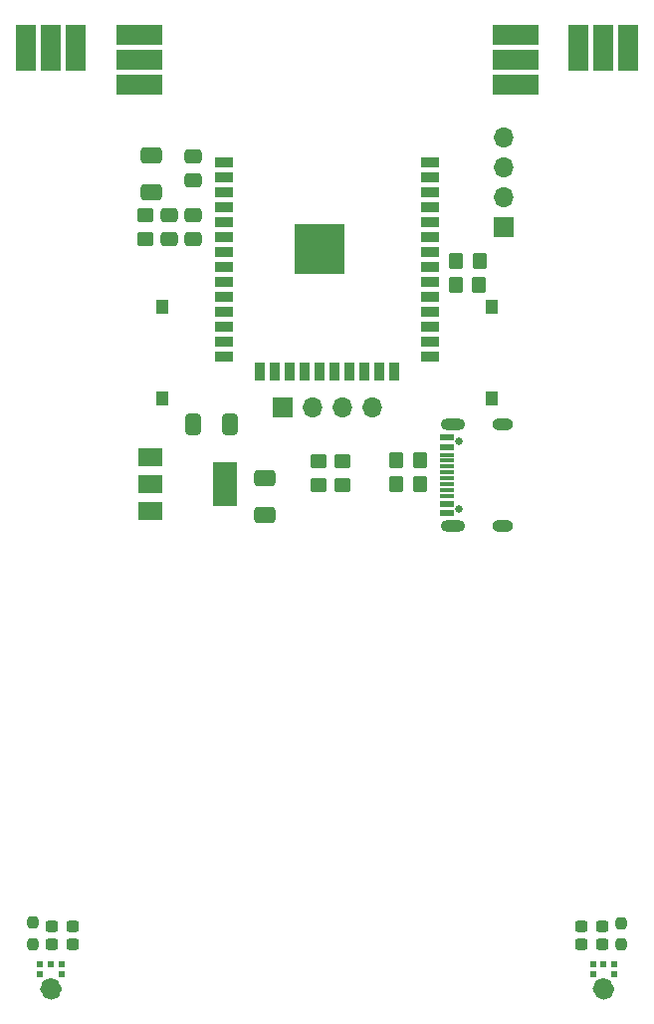
<source format=gts>
G04 #@! TF.GenerationSoftware,KiCad,Pcbnew,7.0.1-3b83917a11~172~ubuntu22.04.1*
G04 #@! TF.CreationDate,2023-04-17T14:06:39+02:00*
G04 #@! TF.ProjectId,AcousticDetection_HW,41636f75-7374-4696-9344-657465637469,rev?*
G04 #@! TF.SameCoordinates,Original*
G04 #@! TF.FileFunction,Soldermask,Top*
G04 #@! TF.FilePolarity,Negative*
%FSLAX46Y46*%
G04 Gerber Fmt 4.6, Leading zero omitted, Abs format (unit mm)*
G04 Created by KiCad (PCBNEW 7.0.1-3b83917a11~172~ubuntu22.04.1) date 2023-04-17 14:06:39*
%MOMM*%
%LPD*%
G01*
G04 APERTURE LIST*
G04 Aperture macros list*
%AMRoundRect*
0 Rectangle with rounded corners*
0 $1 Rounding radius*
0 $2 $3 $4 $5 $6 $7 $8 $9 X,Y pos of 4 corners*
0 Add a 4 corners polygon primitive as box body*
4,1,4,$2,$3,$4,$5,$6,$7,$8,$9,$2,$3,0*
0 Add four circle primitives for the rounded corners*
1,1,$1+$1,$2,$3*
1,1,$1+$1,$4,$5*
1,1,$1+$1,$6,$7*
1,1,$1+$1,$8,$9*
0 Add four rect primitives between the rounded corners*
20,1,$1+$1,$2,$3,$4,$5,0*
20,1,$1+$1,$4,$5,$6,$7,0*
20,1,$1+$1,$6,$7,$8,$9,0*
20,1,$1+$1,$8,$9,$2,$3,0*%
G04 Aperture macros list end*
%ADD10C,0.912000*%
%ADD11C,0.500000*%
%ADD12R,0.600000X0.522000*%
%ADD13RoundRect,0.250000X0.350000X0.450000X-0.350000X0.450000X-0.350000X-0.450000X0.350000X-0.450000X0*%
%ADD14R,1.800000X4.000000*%
%ADD15RoundRect,0.250000X-0.350000X-0.450000X0.350000X-0.450000X0.350000X0.450000X-0.350000X0.450000X0*%
%ADD16C,0.650000*%
%ADD17R,1.150000X0.600000*%
%ADD18R,1.150000X0.300000*%
%ADD19O,2.100000X1.000000*%
%ADD20O,1.800000X1.000000*%
%ADD21RoundRect,0.250000X-0.475000X0.337500X-0.475000X-0.337500X0.475000X-0.337500X0.475000X0.337500X0*%
%ADD22R,4.000000X1.800000*%
%ADD23RoundRect,0.250000X0.475000X-0.337500X0.475000X0.337500X-0.475000X0.337500X-0.475000X-0.337500X0*%
%ADD24RoundRect,0.237500X0.237500X-0.250000X0.237500X0.250000X-0.237500X0.250000X-0.237500X-0.250000X0*%
%ADD25RoundRect,0.237500X-0.300000X-0.237500X0.300000X-0.237500X0.300000X0.237500X-0.300000X0.237500X0*%
%ADD26R,1.700000X1.700000*%
%ADD27O,1.700000X1.700000*%
%ADD28R,2.000000X1.500000*%
%ADD29R,2.000000X3.800000*%
%ADD30RoundRect,0.237500X0.300000X0.237500X-0.300000X0.237500X-0.300000X-0.237500X0.300000X-0.237500X0*%
%ADD31R,1.000000X1.250000*%
%ADD32RoundRect,0.250000X0.650000X-0.412500X0.650000X0.412500X-0.650000X0.412500X-0.650000X-0.412500X0*%
%ADD33RoundRect,0.250000X-0.450000X0.350000X-0.450000X-0.350000X0.450000X-0.350000X0.450000X0.350000X0*%
%ADD34R,1.500000X0.900000*%
%ADD35R,0.900000X1.500000*%
%ADD36C,0.600000*%
%ADD37R,4.200000X4.200000*%
%ADD38RoundRect,0.250000X0.412500X0.650000X-0.412500X0.650000X-0.412500X-0.650000X0.412500X-0.650000X0*%
%ADD39RoundRect,0.250000X0.450000X-0.350000X0.450000X0.350000X-0.450000X0.350000X-0.450000X-0.350000X0*%
%ADD40RoundRect,0.250000X-0.650000X0.412500X-0.650000X-0.412500X0.650000X-0.412500X0.650000X0.412500X0*%
G04 APERTURE END LIST*
D10*
X129724000Y-136360000D02*
G75*
G03*
X129724000Y-136360000I-456000J0D01*
G01*
X176724000Y-136360000D02*
G75*
G03*
X176724000Y-136360000I-456000J0D01*
G01*
D11*
X129268000Y-136360000D03*
D12*
X128368000Y-134286000D03*
X128368000Y-135108000D03*
X130168000Y-135108000D03*
X130168000Y-134286000D03*
X129268000Y-134286000D03*
D13*
X160644000Y-91444000D03*
X158644000Y-91444000D03*
D14*
X131368000Y-56360000D03*
X129268000Y-56360000D03*
X127168000Y-56360000D03*
D15*
X163708000Y-76534000D03*
X165708000Y-76534000D03*
D16*
X164001500Y-95602000D03*
X164001500Y-89822000D03*
D17*
X162926500Y-95912000D03*
X162926500Y-95112000D03*
D18*
X162926500Y-93962000D03*
X162926500Y-92962000D03*
X162926500Y-92462000D03*
X162926500Y-91462000D03*
D17*
X162926500Y-90312000D03*
X162926500Y-89512000D03*
X162926500Y-89512000D03*
X162926500Y-90312000D03*
D18*
X162926500Y-90962000D03*
X162926500Y-91962000D03*
X162926500Y-93462000D03*
X162926500Y-94462000D03*
D17*
X162926500Y-95112000D03*
X162926500Y-95912000D03*
D19*
X163501500Y-97032000D03*
D20*
X167681500Y-97032000D03*
D19*
X163501500Y-88392000D03*
D20*
X167681500Y-88392000D03*
D21*
X141365500Y-65592000D03*
X141365500Y-67667000D03*
D22*
X168761500Y-55296000D03*
X168761500Y-57396000D03*
X168761500Y-59496000D03*
D23*
X139340000Y-72653500D03*
X139340000Y-70578500D03*
D11*
X176268000Y-136360000D03*
D12*
X175368000Y-134286000D03*
X175368000Y-135108000D03*
X177168000Y-135108000D03*
X177168000Y-134286000D03*
X176268000Y-134286000D03*
D24*
X127736000Y-132568500D03*
X127736000Y-130743500D03*
D25*
X174425500Y-132588000D03*
X176150500Y-132588000D03*
D26*
X167788000Y-71632000D03*
D27*
X167788000Y-69092000D03*
X167788000Y-66552000D03*
X167788000Y-64012000D03*
D23*
X141372000Y-72653500D03*
X141372000Y-70578500D03*
D28*
X137752500Y-91176000D03*
X137752500Y-93476000D03*
D29*
X144052500Y-93476000D03*
D28*
X137752500Y-95776000D03*
D30*
X131110500Y-131052000D03*
X129385500Y-131052000D03*
D31*
X138761500Y-86175000D03*
X138761500Y-78425000D03*
D32*
X147468000Y-96054500D03*
X147468000Y-92929500D03*
D33*
X152040000Y-91516000D03*
X152040000Y-93516000D03*
D34*
X144011500Y-66146000D03*
X144011500Y-67416000D03*
X144011500Y-68686000D03*
X144011500Y-69956000D03*
X144011500Y-71226000D03*
X144011500Y-72496000D03*
X144011500Y-73766000D03*
X144011500Y-75036000D03*
X144011500Y-76306000D03*
X144011500Y-77576000D03*
X144011500Y-78846000D03*
X144011500Y-80116000D03*
X144011500Y-81386000D03*
X144011500Y-82656000D03*
D35*
X147051500Y-83906000D03*
X148321500Y-83906000D03*
X149591500Y-83906000D03*
X150861500Y-83906000D03*
X152131500Y-83906000D03*
X153401500Y-83906000D03*
X154671500Y-83906000D03*
X155941500Y-83906000D03*
X157211500Y-83906000D03*
X158481500Y-83906000D03*
D34*
X161511500Y-82656000D03*
X161511500Y-81386000D03*
X161511500Y-80116000D03*
X161511500Y-78846000D03*
X161511500Y-77576000D03*
X161511500Y-76306000D03*
X161511500Y-75036000D03*
X161511500Y-73766000D03*
X161511500Y-72496000D03*
X161511500Y-71226000D03*
X161511500Y-69956000D03*
X161511500Y-68686000D03*
X161511500Y-67416000D03*
X161511500Y-66146000D03*
D36*
X150556500Y-72723500D03*
X150556500Y-74248500D03*
X151319000Y-71961000D03*
X151319000Y-73486000D03*
X151319000Y-75011000D03*
X152081500Y-72723500D03*
D37*
X152081500Y-73486000D03*
D36*
X152081500Y-74248500D03*
X152844000Y-71961000D03*
X152844000Y-73486000D03*
X152844000Y-75011000D03*
X153606500Y-72723500D03*
X153606500Y-74248500D03*
D33*
X154065500Y-91537500D03*
X154065500Y-93537500D03*
D38*
X144497000Y-88396000D03*
X141372000Y-88396000D03*
D22*
X136761500Y-59496000D03*
X136761500Y-57396000D03*
X136761500Y-55296000D03*
D30*
X131110500Y-132576000D03*
X129385500Y-132576000D03*
D39*
X137308000Y-72616000D03*
X137308000Y-70616000D03*
D14*
X178368000Y-56360000D03*
X176268000Y-56360000D03*
X174168000Y-56360000D03*
D13*
X160644000Y-93476000D03*
X158644000Y-93476000D03*
D26*
X148961500Y-86928000D03*
D27*
X151501500Y-86928000D03*
X154041500Y-86928000D03*
X156581500Y-86928000D03*
D40*
X137809500Y-65553500D03*
X137809500Y-68678500D03*
D25*
X174425500Y-131064000D03*
X176150500Y-131064000D03*
D31*
X166761500Y-86175000D03*
X166761500Y-78425000D03*
D15*
X163724000Y-74502000D03*
X165724000Y-74502000D03*
D24*
X177800000Y-132580500D03*
X177800000Y-130755500D03*
M02*

</source>
